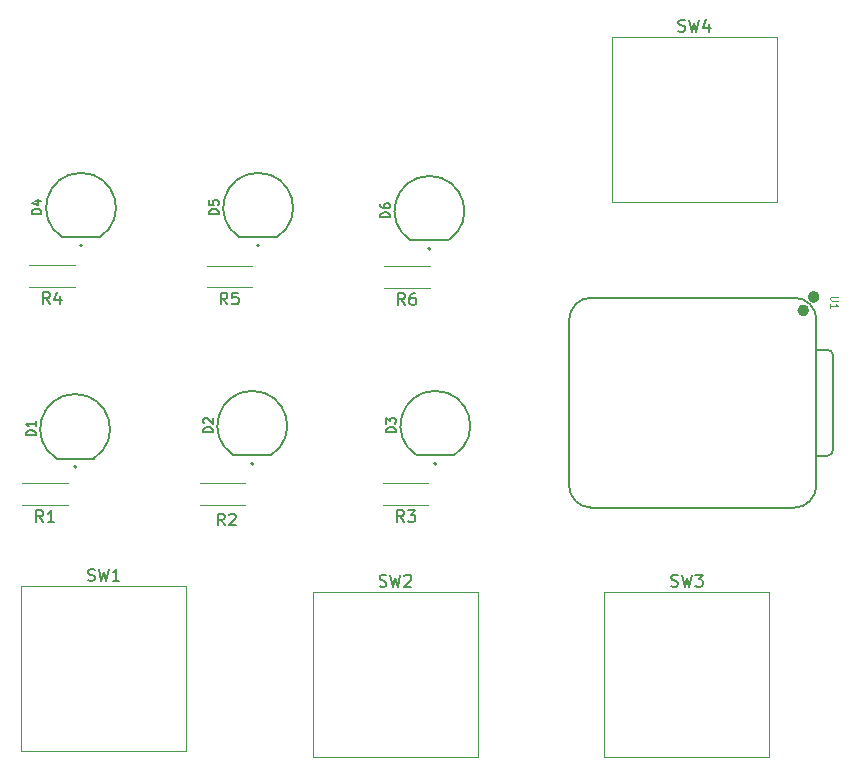
<source format=gbr>
%TF.GenerationSoftware,KiCad,Pcbnew,9.0.2*%
%TF.CreationDate,2025-07-04T23:43:28-04:00*%
%TF.ProjectId,pathfinder,70617468-6669-46e6-9465-722e6b696361,rev?*%
%TF.SameCoordinates,Original*%
%TF.FileFunction,Legend,Top*%
%TF.FilePolarity,Positive*%
%FSLAX46Y46*%
G04 Gerber Fmt 4.6, Leading zero omitted, Abs format (unit mm)*
G04 Created by KiCad (PCBNEW 9.0.2) date 2025-07-04 23:43:28*
%MOMM*%
%LPD*%
G01*
G04 APERTURE LIST*
%ADD10C,0.101600*%
%ADD11C,0.150000*%
%ADD12C,0.504000*%
%ADD13C,0.127000*%
%ADD14C,0.100000*%
%ADD15C,0.120000*%
%ADD16C,0.200000*%
G04 APERTURE END LIST*
D10*
X132578020Y-67516190D02*
X132063973Y-67516190D01*
X132063973Y-67516190D02*
X132003497Y-67546428D01*
X132003497Y-67546428D02*
X131973259Y-67576666D01*
X131973259Y-67576666D02*
X131943020Y-67637142D01*
X131943020Y-67637142D02*
X131943020Y-67758095D01*
X131943020Y-67758095D02*
X131973259Y-67818571D01*
X131973259Y-67818571D02*
X132003497Y-67848809D01*
X132003497Y-67848809D02*
X132063973Y-67879047D01*
X132063973Y-67879047D02*
X132578020Y-67879047D01*
X131943020Y-68514047D02*
X131943020Y-68151190D01*
X131943020Y-68332618D02*
X132578020Y-68332618D01*
X132578020Y-68332618D02*
X132487306Y-68272142D01*
X132487306Y-68272142D02*
X132426830Y-68211666D01*
X132426830Y-68211666D02*
X132396592Y-68151190D01*
D11*
X119086667Y-45033200D02*
X119229524Y-45080819D01*
X119229524Y-45080819D02*
X119467619Y-45080819D01*
X119467619Y-45080819D02*
X119562857Y-45033200D01*
X119562857Y-45033200D02*
X119610476Y-44985580D01*
X119610476Y-44985580D02*
X119658095Y-44890342D01*
X119658095Y-44890342D02*
X119658095Y-44795104D01*
X119658095Y-44795104D02*
X119610476Y-44699866D01*
X119610476Y-44699866D02*
X119562857Y-44652247D01*
X119562857Y-44652247D02*
X119467619Y-44604628D01*
X119467619Y-44604628D02*
X119277143Y-44557009D01*
X119277143Y-44557009D02*
X119181905Y-44509390D01*
X119181905Y-44509390D02*
X119134286Y-44461771D01*
X119134286Y-44461771D02*
X119086667Y-44366533D01*
X119086667Y-44366533D02*
X119086667Y-44271295D01*
X119086667Y-44271295D02*
X119134286Y-44176057D01*
X119134286Y-44176057D02*
X119181905Y-44128438D01*
X119181905Y-44128438D02*
X119277143Y-44080819D01*
X119277143Y-44080819D02*
X119515238Y-44080819D01*
X119515238Y-44080819D02*
X119658095Y-44128438D01*
X119991429Y-44080819D02*
X120229524Y-45080819D01*
X120229524Y-45080819D02*
X120420000Y-44366533D01*
X120420000Y-44366533D02*
X120610476Y-45080819D01*
X120610476Y-45080819D02*
X120848572Y-44080819D01*
X121658095Y-44414152D02*
X121658095Y-45080819D01*
X121420000Y-44033200D02*
X121181905Y-44747485D01*
X121181905Y-44747485D02*
X121800952Y-44747485D01*
X65870312Y-68144819D02*
X65536979Y-67668628D01*
X65298884Y-68144819D02*
X65298884Y-67144819D01*
X65298884Y-67144819D02*
X65679836Y-67144819D01*
X65679836Y-67144819D02*
X65775074Y-67192438D01*
X65775074Y-67192438D02*
X65822693Y-67240057D01*
X65822693Y-67240057D02*
X65870312Y-67335295D01*
X65870312Y-67335295D02*
X65870312Y-67478152D01*
X65870312Y-67478152D02*
X65822693Y-67573390D01*
X65822693Y-67573390D02*
X65775074Y-67621009D01*
X65775074Y-67621009D02*
X65679836Y-67668628D01*
X65679836Y-67668628D02*
X65298884Y-67668628D01*
X66727455Y-67478152D02*
X66727455Y-68144819D01*
X66489360Y-67097200D02*
X66251265Y-67811485D01*
X66251265Y-67811485D02*
X66870312Y-67811485D01*
X79654295Y-79010475D02*
X78854295Y-79010475D01*
X78854295Y-79010475D02*
X78854295Y-78819999D01*
X78854295Y-78819999D02*
X78892390Y-78705713D01*
X78892390Y-78705713D02*
X78968580Y-78629523D01*
X78968580Y-78629523D02*
X79044771Y-78591428D01*
X79044771Y-78591428D02*
X79197152Y-78553332D01*
X79197152Y-78553332D02*
X79311438Y-78553332D01*
X79311438Y-78553332D02*
X79463819Y-78591428D01*
X79463819Y-78591428D02*
X79540009Y-78629523D01*
X79540009Y-78629523D02*
X79616200Y-78705713D01*
X79616200Y-78705713D02*
X79654295Y-78819999D01*
X79654295Y-78819999D02*
X79654295Y-79010475D01*
X78930485Y-78248571D02*
X78892390Y-78210475D01*
X78892390Y-78210475D02*
X78854295Y-78134285D01*
X78854295Y-78134285D02*
X78854295Y-77943809D01*
X78854295Y-77943809D02*
X78892390Y-77867618D01*
X78892390Y-77867618D02*
X78930485Y-77829523D01*
X78930485Y-77829523D02*
X79006676Y-77791428D01*
X79006676Y-77791428D02*
X79082866Y-77791428D01*
X79082866Y-77791428D02*
X79197152Y-77829523D01*
X79197152Y-77829523D02*
X79654295Y-78286666D01*
X79654295Y-78286666D02*
X79654295Y-77791428D01*
X80895971Y-68184819D02*
X80562638Y-67708628D01*
X80324543Y-68184819D02*
X80324543Y-67184819D01*
X80324543Y-67184819D02*
X80705495Y-67184819D01*
X80705495Y-67184819D02*
X80800733Y-67232438D01*
X80800733Y-67232438D02*
X80848352Y-67280057D01*
X80848352Y-67280057D02*
X80895971Y-67375295D01*
X80895971Y-67375295D02*
X80895971Y-67518152D01*
X80895971Y-67518152D02*
X80848352Y-67613390D01*
X80848352Y-67613390D02*
X80800733Y-67661009D01*
X80800733Y-67661009D02*
X80705495Y-67708628D01*
X80705495Y-67708628D02*
X80324543Y-67708628D01*
X81800733Y-67184819D02*
X81324543Y-67184819D01*
X81324543Y-67184819D02*
X81276924Y-67661009D01*
X81276924Y-67661009D02*
X81324543Y-67613390D01*
X81324543Y-67613390D02*
X81419781Y-67565771D01*
X81419781Y-67565771D02*
X81657876Y-67565771D01*
X81657876Y-67565771D02*
X81753114Y-67613390D01*
X81753114Y-67613390D02*
X81800733Y-67661009D01*
X81800733Y-67661009D02*
X81848352Y-67756247D01*
X81848352Y-67756247D02*
X81848352Y-67994342D01*
X81848352Y-67994342D02*
X81800733Y-68089580D01*
X81800733Y-68089580D02*
X81753114Y-68137200D01*
X81753114Y-68137200D02*
X81657876Y-68184819D01*
X81657876Y-68184819D02*
X81419781Y-68184819D01*
X81419781Y-68184819D02*
X81324543Y-68137200D01*
X81324543Y-68137200D02*
X81276924Y-68089580D01*
X95154295Y-79010475D02*
X94354295Y-79010475D01*
X94354295Y-79010475D02*
X94354295Y-78819999D01*
X94354295Y-78819999D02*
X94392390Y-78705713D01*
X94392390Y-78705713D02*
X94468580Y-78629523D01*
X94468580Y-78629523D02*
X94544771Y-78591428D01*
X94544771Y-78591428D02*
X94697152Y-78553332D01*
X94697152Y-78553332D02*
X94811438Y-78553332D01*
X94811438Y-78553332D02*
X94963819Y-78591428D01*
X94963819Y-78591428D02*
X95040009Y-78629523D01*
X95040009Y-78629523D02*
X95116200Y-78705713D01*
X95116200Y-78705713D02*
X95154295Y-78819999D01*
X95154295Y-78819999D02*
X95154295Y-79010475D01*
X94354295Y-78286666D02*
X94354295Y-77791428D01*
X94354295Y-77791428D02*
X94659057Y-78058094D01*
X94659057Y-78058094D02*
X94659057Y-77943809D01*
X94659057Y-77943809D02*
X94697152Y-77867618D01*
X94697152Y-77867618D02*
X94735247Y-77829523D01*
X94735247Y-77829523D02*
X94811438Y-77791428D01*
X94811438Y-77791428D02*
X95001914Y-77791428D01*
X95001914Y-77791428D02*
X95078104Y-77829523D01*
X95078104Y-77829523D02*
X95116200Y-77867618D01*
X95116200Y-77867618D02*
X95154295Y-77943809D01*
X95154295Y-77943809D02*
X95154295Y-78172380D01*
X95154295Y-78172380D02*
X95116200Y-78248571D01*
X95116200Y-78248571D02*
X95078104Y-78286666D01*
X65154295Y-60550475D02*
X64354295Y-60550475D01*
X64354295Y-60550475D02*
X64354295Y-60359999D01*
X64354295Y-60359999D02*
X64392390Y-60245713D01*
X64392390Y-60245713D02*
X64468580Y-60169523D01*
X64468580Y-60169523D02*
X64544771Y-60131428D01*
X64544771Y-60131428D02*
X64697152Y-60093332D01*
X64697152Y-60093332D02*
X64811438Y-60093332D01*
X64811438Y-60093332D02*
X64963819Y-60131428D01*
X64963819Y-60131428D02*
X65040009Y-60169523D01*
X65040009Y-60169523D02*
X65116200Y-60245713D01*
X65116200Y-60245713D02*
X65154295Y-60359999D01*
X65154295Y-60359999D02*
X65154295Y-60550475D01*
X64620961Y-59407618D02*
X65154295Y-59407618D01*
X64316200Y-59598094D02*
X64887628Y-59788571D01*
X64887628Y-59788571D02*
X64887628Y-59293332D01*
X93780000Y-92033200D02*
X93922857Y-92080819D01*
X93922857Y-92080819D02*
X94160952Y-92080819D01*
X94160952Y-92080819D02*
X94256190Y-92033200D01*
X94256190Y-92033200D02*
X94303809Y-91985580D01*
X94303809Y-91985580D02*
X94351428Y-91890342D01*
X94351428Y-91890342D02*
X94351428Y-91795104D01*
X94351428Y-91795104D02*
X94303809Y-91699866D01*
X94303809Y-91699866D02*
X94256190Y-91652247D01*
X94256190Y-91652247D02*
X94160952Y-91604628D01*
X94160952Y-91604628D02*
X93970476Y-91557009D01*
X93970476Y-91557009D02*
X93875238Y-91509390D01*
X93875238Y-91509390D02*
X93827619Y-91461771D01*
X93827619Y-91461771D02*
X93780000Y-91366533D01*
X93780000Y-91366533D02*
X93780000Y-91271295D01*
X93780000Y-91271295D02*
X93827619Y-91176057D01*
X93827619Y-91176057D02*
X93875238Y-91128438D01*
X93875238Y-91128438D02*
X93970476Y-91080819D01*
X93970476Y-91080819D02*
X94208571Y-91080819D01*
X94208571Y-91080819D02*
X94351428Y-91128438D01*
X94684762Y-91080819D02*
X94922857Y-92080819D01*
X94922857Y-92080819D02*
X95113333Y-91366533D01*
X95113333Y-91366533D02*
X95303809Y-92080819D01*
X95303809Y-92080819D02*
X95541905Y-91080819D01*
X95875238Y-91176057D02*
X95922857Y-91128438D01*
X95922857Y-91128438D02*
X96018095Y-91080819D01*
X96018095Y-91080819D02*
X96256190Y-91080819D01*
X96256190Y-91080819D02*
X96351428Y-91128438D01*
X96351428Y-91128438D02*
X96399047Y-91176057D01*
X96399047Y-91176057D02*
X96446666Y-91271295D01*
X96446666Y-91271295D02*
X96446666Y-91366533D01*
X96446666Y-91366533D02*
X96399047Y-91509390D01*
X96399047Y-91509390D02*
X95827619Y-92080819D01*
X95827619Y-92080819D02*
X96446666Y-92080819D01*
X65293333Y-86604819D02*
X64960000Y-86128628D01*
X64721905Y-86604819D02*
X64721905Y-85604819D01*
X64721905Y-85604819D02*
X65102857Y-85604819D01*
X65102857Y-85604819D02*
X65198095Y-85652438D01*
X65198095Y-85652438D02*
X65245714Y-85700057D01*
X65245714Y-85700057D02*
X65293333Y-85795295D01*
X65293333Y-85795295D02*
X65293333Y-85938152D01*
X65293333Y-85938152D02*
X65245714Y-86033390D01*
X65245714Y-86033390D02*
X65198095Y-86081009D01*
X65198095Y-86081009D02*
X65102857Y-86128628D01*
X65102857Y-86128628D02*
X64721905Y-86128628D01*
X66245714Y-86604819D02*
X65674286Y-86604819D01*
X65960000Y-86604819D02*
X65960000Y-85604819D01*
X65960000Y-85604819D02*
X65864762Y-85747676D01*
X65864762Y-85747676D02*
X65769524Y-85842914D01*
X65769524Y-85842914D02*
X65674286Y-85890533D01*
X80662993Y-86885319D02*
X80329660Y-86409128D01*
X80091565Y-86885319D02*
X80091565Y-85885319D01*
X80091565Y-85885319D02*
X80472517Y-85885319D01*
X80472517Y-85885319D02*
X80567755Y-85932938D01*
X80567755Y-85932938D02*
X80615374Y-85980557D01*
X80615374Y-85980557D02*
X80662993Y-86075795D01*
X80662993Y-86075795D02*
X80662993Y-86218652D01*
X80662993Y-86218652D02*
X80615374Y-86313890D01*
X80615374Y-86313890D02*
X80567755Y-86361509D01*
X80567755Y-86361509D02*
X80472517Y-86409128D01*
X80472517Y-86409128D02*
X80091565Y-86409128D01*
X81043946Y-85980557D02*
X81091565Y-85932938D01*
X81091565Y-85932938D02*
X81186803Y-85885319D01*
X81186803Y-85885319D02*
X81424898Y-85885319D01*
X81424898Y-85885319D02*
X81520136Y-85932938D01*
X81520136Y-85932938D02*
X81567755Y-85980557D01*
X81567755Y-85980557D02*
X81615374Y-86075795D01*
X81615374Y-86075795D02*
X81615374Y-86171033D01*
X81615374Y-86171033D02*
X81567755Y-86313890D01*
X81567755Y-86313890D02*
X80996327Y-86885319D01*
X80996327Y-86885319D02*
X81615374Y-86885319D01*
X64654295Y-79280475D02*
X63854295Y-79280475D01*
X63854295Y-79280475D02*
X63854295Y-79089999D01*
X63854295Y-79089999D02*
X63892390Y-78975713D01*
X63892390Y-78975713D02*
X63968580Y-78899523D01*
X63968580Y-78899523D02*
X64044771Y-78861428D01*
X64044771Y-78861428D02*
X64197152Y-78823332D01*
X64197152Y-78823332D02*
X64311438Y-78823332D01*
X64311438Y-78823332D02*
X64463819Y-78861428D01*
X64463819Y-78861428D02*
X64540009Y-78899523D01*
X64540009Y-78899523D02*
X64616200Y-78975713D01*
X64616200Y-78975713D02*
X64654295Y-79089999D01*
X64654295Y-79089999D02*
X64654295Y-79280475D01*
X64654295Y-78061428D02*
X64654295Y-78518571D01*
X64654295Y-78289999D02*
X63854295Y-78289999D01*
X63854295Y-78289999D02*
X63968580Y-78366190D01*
X63968580Y-78366190D02*
X64044771Y-78442380D01*
X64044771Y-78442380D02*
X64082866Y-78518571D01*
X69086667Y-91533200D02*
X69229524Y-91580819D01*
X69229524Y-91580819D02*
X69467619Y-91580819D01*
X69467619Y-91580819D02*
X69562857Y-91533200D01*
X69562857Y-91533200D02*
X69610476Y-91485580D01*
X69610476Y-91485580D02*
X69658095Y-91390342D01*
X69658095Y-91390342D02*
X69658095Y-91295104D01*
X69658095Y-91295104D02*
X69610476Y-91199866D01*
X69610476Y-91199866D02*
X69562857Y-91152247D01*
X69562857Y-91152247D02*
X69467619Y-91104628D01*
X69467619Y-91104628D02*
X69277143Y-91057009D01*
X69277143Y-91057009D02*
X69181905Y-91009390D01*
X69181905Y-91009390D02*
X69134286Y-90961771D01*
X69134286Y-90961771D02*
X69086667Y-90866533D01*
X69086667Y-90866533D02*
X69086667Y-90771295D01*
X69086667Y-90771295D02*
X69134286Y-90676057D01*
X69134286Y-90676057D02*
X69181905Y-90628438D01*
X69181905Y-90628438D02*
X69277143Y-90580819D01*
X69277143Y-90580819D02*
X69515238Y-90580819D01*
X69515238Y-90580819D02*
X69658095Y-90628438D01*
X69991429Y-90580819D02*
X70229524Y-91580819D01*
X70229524Y-91580819D02*
X70420000Y-90866533D01*
X70420000Y-90866533D02*
X70610476Y-91580819D01*
X70610476Y-91580819D02*
X70848572Y-90580819D01*
X71753333Y-91580819D02*
X71181905Y-91580819D01*
X71467619Y-91580819D02*
X71467619Y-90580819D01*
X71467619Y-90580819D02*
X71372381Y-90723676D01*
X71372381Y-90723676D02*
X71277143Y-90818914D01*
X71277143Y-90818914D02*
X71181905Y-90866533D01*
X80154295Y-60550475D02*
X79354295Y-60550475D01*
X79354295Y-60550475D02*
X79354295Y-60359999D01*
X79354295Y-60359999D02*
X79392390Y-60245713D01*
X79392390Y-60245713D02*
X79468580Y-60169523D01*
X79468580Y-60169523D02*
X79544771Y-60131428D01*
X79544771Y-60131428D02*
X79697152Y-60093332D01*
X79697152Y-60093332D02*
X79811438Y-60093332D01*
X79811438Y-60093332D02*
X79963819Y-60131428D01*
X79963819Y-60131428D02*
X80040009Y-60169523D01*
X80040009Y-60169523D02*
X80116200Y-60245713D01*
X80116200Y-60245713D02*
X80154295Y-60359999D01*
X80154295Y-60359999D02*
X80154295Y-60550475D01*
X79354295Y-59369523D02*
X79354295Y-59750475D01*
X79354295Y-59750475D02*
X79735247Y-59788571D01*
X79735247Y-59788571D02*
X79697152Y-59750475D01*
X79697152Y-59750475D02*
X79659057Y-59674285D01*
X79659057Y-59674285D02*
X79659057Y-59483809D01*
X79659057Y-59483809D02*
X79697152Y-59407618D01*
X79697152Y-59407618D02*
X79735247Y-59369523D01*
X79735247Y-59369523D02*
X79811438Y-59331428D01*
X79811438Y-59331428D02*
X80001914Y-59331428D01*
X80001914Y-59331428D02*
X80078104Y-59369523D01*
X80078104Y-59369523D02*
X80116200Y-59407618D01*
X80116200Y-59407618D02*
X80154295Y-59483809D01*
X80154295Y-59483809D02*
X80154295Y-59674285D01*
X80154295Y-59674285D02*
X80116200Y-59750475D01*
X80116200Y-59750475D02*
X80078104Y-59788571D01*
X95921631Y-68224819D02*
X95588298Y-67748628D01*
X95350203Y-68224819D02*
X95350203Y-67224819D01*
X95350203Y-67224819D02*
X95731155Y-67224819D01*
X95731155Y-67224819D02*
X95826393Y-67272438D01*
X95826393Y-67272438D02*
X95874012Y-67320057D01*
X95874012Y-67320057D02*
X95921631Y-67415295D01*
X95921631Y-67415295D02*
X95921631Y-67558152D01*
X95921631Y-67558152D02*
X95874012Y-67653390D01*
X95874012Y-67653390D02*
X95826393Y-67701009D01*
X95826393Y-67701009D02*
X95731155Y-67748628D01*
X95731155Y-67748628D02*
X95350203Y-67748628D01*
X96778774Y-67224819D02*
X96588298Y-67224819D01*
X96588298Y-67224819D02*
X96493060Y-67272438D01*
X96493060Y-67272438D02*
X96445441Y-67320057D01*
X96445441Y-67320057D02*
X96350203Y-67462914D01*
X96350203Y-67462914D02*
X96302584Y-67653390D01*
X96302584Y-67653390D02*
X96302584Y-68034342D01*
X96302584Y-68034342D02*
X96350203Y-68129580D01*
X96350203Y-68129580D02*
X96397822Y-68177200D01*
X96397822Y-68177200D02*
X96493060Y-68224819D01*
X96493060Y-68224819D02*
X96683536Y-68224819D01*
X96683536Y-68224819D02*
X96778774Y-68177200D01*
X96778774Y-68177200D02*
X96826393Y-68129580D01*
X96826393Y-68129580D02*
X96874012Y-68034342D01*
X96874012Y-68034342D02*
X96874012Y-67796247D01*
X96874012Y-67796247D02*
X96826393Y-67701009D01*
X96826393Y-67701009D02*
X96778774Y-67653390D01*
X96778774Y-67653390D02*
X96683536Y-67605771D01*
X96683536Y-67605771D02*
X96493060Y-67605771D01*
X96493060Y-67605771D02*
X96397822Y-67653390D01*
X96397822Y-67653390D02*
X96350203Y-67701009D01*
X96350203Y-67701009D02*
X96302584Y-67796247D01*
X95833333Y-86604819D02*
X95500000Y-86128628D01*
X95261905Y-86604819D02*
X95261905Y-85604819D01*
X95261905Y-85604819D02*
X95642857Y-85604819D01*
X95642857Y-85604819D02*
X95738095Y-85652438D01*
X95738095Y-85652438D02*
X95785714Y-85700057D01*
X95785714Y-85700057D02*
X95833333Y-85795295D01*
X95833333Y-85795295D02*
X95833333Y-85938152D01*
X95833333Y-85938152D02*
X95785714Y-86033390D01*
X95785714Y-86033390D02*
X95738095Y-86081009D01*
X95738095Y-86081009D02*
X95642857Y-86128628D01*
X95642857Y-86128628D02*
X95261905Y-86128628D01*
X96166667Y-85604819D02*
X96785714Y-85604819D01*
X96785714Y-85604819D02*
X96452381Y-85985771D01*
X96452381Y-85985771D02*
X96595238Y-85985771D01*
X96595238Y-85985771D02*
X96690476Y-86033390D01*
X96690476Y-86033390D02*
X96738095Y-86081009D01*
X96738095Y-86081009D02*
X96785714Y-86176247D01*
X96785714Y-86176247D02*
X96785714Y-86414342D01*
X96785714Y-86414342D02*
X96738095Y-86509580D01*
X96738095Y-86509580D02*
X96690476Y-86557200D01*
X96690476Y-86557200D02*
X96595238Y-86604819D01*
X96595238Y-86604819D02*
X96309524Y-86604819D01*
X96309524Y-86604819D02*
X96214286Y-86557200D01*
X96214286Y-86557200D02*
X96166667Y-86509580D01*
X94654295Y-60820475D02*
X93854295Y-60820475D01*
X93854295Y-60820475D02*
X93854295Y-60629999D01*
X93854295Y-60629999D02*
X93892390Y-60515713D01*
X93892390Y-60515713D02*
X93968580Y-60439523D01*
X93968580Y-60439523D02*
X94044771Y-60401428D01*
X94044771Y-60401428D02*
X94197152Y-60363332D01*
X94197152Y-60363332D02*
X94311438Y-60363332D01*
X94311438Y-60363332D02*
X94463819Y-60401428D01*
X94463819Y-60401428D02*
X94540009Y-60439523D01*
X94540009Y-60439523D02*
X94616200Y-60515713D01*
X94616200Y-60515713D02*
X94654295Y-60629999D01*
X94654295Y-60629999D02*
X94654295Y-60820475D01*
X93854295Y-59677618D02*
X93854295Y-59829999D01*
X93854295Y-59829999D02*
X93892390Y-59906190D01*
X93892390Y-59906190D02*
X93930485Y-59944285D01*
X93930485Y-59944285D02*
X94044771Y-60020475D01*
X94044771Y-60020475D02*
X94197152Y-60058571D01*
X94197152Y-60058571D02*
X94501914Y-60058571D01*
X94501914Y-60058571D02*
X94578104Y-60020475D01*
X94578104Y-60020475D02*
X94616200Y-59982380D01*
X94616200Y-59982380D02*
X94654295Y-59906190D01*
X94654295Y-59906190D02*
X94654295Y-59753809D01*
X94654295Y-59753809D02*
X94616200Y-59677618D01*
X94616200Y-59677618D02*
X94578104Y-59639523D01*
X94578104Y-59639523D02*
X94501914Y-59601428D01*
X94501914Y-59601428D02*
X94311438Y-59601428D01*
X94311438Y-59601428D02*
X94235247Y-59639523D01*
X94235247Y-59639523D02*
X94197152Y-59677618D01*
X94197152Y-59677618D02*
X94159057Y-59753809D01*
X94159057Y-59753809D02*
X94159057Y-59906190D01*
X94159057Y-59906190D02*
X94197152Y-59982380D01*
X94197152Y-59982380D02*
X94235247Y-60020475D01*
X94235247Y-60020475D02*
X94311438Y-60058571D01*
X118473334Y-92033200D02*
X118616191Y-92080819D01*
X118616191Y-92080819D02*
X118854286Y-92080819D01*
X118854286Y-92080819D02*
X118949524Y-92033200D01*
X118949524Y-92033200D02*
X118997143Y-91985580D01*
X118997143Y-91985580D02*
X119044762Y-91890342D01*
X119044762Y-91890342D02*
X119044762Y-91795104D01*
X119044762Y-91795104D02*
X118997143Y-91699866D01*
X118997143Y-91699866D02*
X118949524Y-91652247D01*
X118949524Y-91652247D02*
X118854286Y-91604628D01*
X118854286Y-91604628D02*
X118663810Y-91557009D01*
X118663810Y-91557009D02*
X118568572Y-91509390D01*
X118568572Y-91509390D02*
X118520953Y-91461771D01*
X118520953Y-91461771D02*
X118473334Y-91366533D01*
X118473334Y-91366533D02*
X118473334Y-91271295D01*
X118473334Y-91271295D02*
X118520953Y-91176057D01*
X118520953Y-91176057D02*
X118568572Y-91128438D01*
X118568572Y-91128438D02*
X118663810Y-91080819D01*
X118663810Y-91080819D02*
X118901905Y-91080819D01*
X118901905Y-91080819D02*
X119044762Y-91128438D01*
X119378096Y-91080819D02*
X119616191Y-92080819D01*
X119616191Y-92080819D02*
X119806667Y-91366533D01*
X119806667Y-91366533D02*
X119997143Y-92080819D01*
X119997143Y-92080819D02*
X120235239Y-91080819D01*
X120520953Y-91080819D02*
X121140000Y-91080819D01*
X121140000Y-91080819D02*
X120806667Y-91461771D01*
X120806667Y-91461771D02*
X120949524Y-91461771D01*
X120949524Y-91461771D02*
X121044762Y-91509390D01*
X121044762Y-91509390D02*
X121092381Y-91557009D01*
X121092381Y-91557009D02*
X121140000Y-91652247D01*
X121140000Y-91652247D02*
X121140000Y-91890342D01*
X121140000Y-91890342D02*
X121092381Y-91985580D01*
X121092381Y-91985580D02*
X121044762Y-92033200D01*
X121044762Y-92033200D02*
X120949524Y-92080819D01*
X120949524Y-92080819D02*
X120663810Y-92080819D01*
X120663810Y-92080819D02*
X120568572Y-92033200D01*
X120568572Y-92033200D02*
X120520953Y-91985580D01*
%TO.C,U1*%
D12*
X130783500Y-67550000D02*
G75*
G02*
X130279500Y-67550000I-252000J0D01*
G01*
X130279500Y-67550000D02*
G75*
G02*
X130783500Y-67550000I252000J0D01*
G01*
X129903500Y-68693000D02*
G75*
G02*
X129399500Y-68693000I-252000J0D01*
G01*
X129399500Y-68693000D02*
G75*
G02*
X129903500Y-68693000I252000J0D01*
G01*
D13*
X132182500Y-80504000D02*
G75*
G02*
X131682500Y-81004000I-500000J0D01*
G01*
X131682772Y-72008728D02*
G75*
G02*
X132182499Y-72508728I-291J-500018D01*
G01*
X130772500Y-83485000D02*
G75*
G02*
X128867500Y-85390000I-1905000J0D01*
G01*
X128867500Y-67610000D02*
G75*
G02*
X130772500Y-69515000I-1J-1905001D01*
G01*
X111722500Y-85390000D02*
G75*
G02*
X109817500Y-83485000I0J1905000D01*
G01*
X109817500Y-69515000D02*
G75*
G02*
X111722500Y-67610000I1905001J-1D01*
G01*
X132182500Y-72508728D02*
X132182500Y-80504000D01*
X131682500Y-81004000D02*
X130772500Y-81004000D01*
X130772500Y-83485000D02*
X130772500Y-69515000D01*
D14*
X130772500Y-83485000D02*
X130772500Y-69515000D01*
D13*
X130772500Y-72005000D02*
X131682772Y-72008728D01*
X111722500Y-85390000D02*
X128867500Y-85390000D01*
X111722500Y-67610000D02*
X128867500Y-67610000D01*
X109817500Y-69515000D02*
X109817500Y-83485000D01*
D15*
%TO.C,SW4*%
X127405000Y-59485000D02*
X113435000Y-59485000D01*
X127405000Y-45515000D02*
X127405000Y-59485000D01*
X113435000Y-59485000D02*
X113435000Y-45515000D01*
X113435000Y-45515000D02*
X127405000Y-45515000D01*
%TO.C,R4*%
X67956979Y-64850000D02*
X64116979Y-64850000D01*
X67956979Y-66690000D02*
X64116979Y-66690000D01*
D13*
%TO.C,D2*%
X81434000Y-80960000D02*
X84566000Y-80960000D01*
X81434000Y-80960000D02*
G75*
G02*
X84566000Y-80960000I1566000J2506124D01*
G01*
D16*
X83100000Y-81660000D02*
G75*
G02*
X82900000Y-81660000I-100000J0D01*
G01*
X82900000Y-81660000D02*
G75*
G02*
X83100000Y-81660000I100000J0D01*
G01*
D15*
%TO.C,R5*%
X82982638Y-64890000D02*
X79142638Y-64890000D01*
X82982638Y-66730000D02*
X79142638Y-66730000D01*
D13*
%TO.C,D3*%
X96934000Y-80960000D02*
X100066000Y-80960000D01*
X96934000Y-80960000D02*
G75*
G02*
X100066000Y-80960000I1566000J2506124D01*
G01*
D16*
X98600000Y-81660000D02*
G75*
G02*
X98400000Y-81660000I-100000J0D01*
G01*
X98400000Y-81660000D02*
G75*
G02*
X98600000Y-81660000I100000J0D01*
G01*
D13*
%TO.C,D4*%
X66934000Y-62500000D02*
X70066000Y-62500000D01*
X66934000Y-62500000D02*
G75*
G02*
X70066000Y-62500000I1566000J2506124D01*
G01*
D16*
X68600000Y-63200000D02*
G75*
G02*
X68400000Y-63200000I-100000J0D01*
G01*
X68400000Y-63200000D02*
G75*
G02*
X68600000Y-63200000I100000J0D01*
G01*
D15*
%TO.C,SW2*%
X88128333Y-92515000D02*
X102098333Y-92515000D01*
X88128333Y-106485000D02*
X88128333Y-92515000D01*
X102098333Y-92515000D02*
X102098333Y-106485000D01*
X102098333Y-106485000D02*
X88128333Y-106485000D01*
%TO.C,R1*%
X67380000Y-83310000D02*
X63540000Y-83310000D01*
X67380000Y-85150000D02*
X63540000Y-85150000D01*
%TO.C,R2*%
X82405660Y-83310000D02*
X78565660Y-83310000D01*
X82405660Y-85150000D02*
X78565660Y-85150000D01*
D13*
%TO.C,D1*%
X66434000Y-81230000D02*
X69566000Y-81230000D01*
X66434000Y-81230000D02*
G75*
G02*
X69566000Y-81230000I1566000J2506124D01*
G01*
D16*
X68100000Y-81930000D02*
G75*
G02*
X67900000Y-81930000I-100000J0D01*
G01*
X67900000Y-81930000D02*
G75*
G02*
X68100000Y-81930000I100000J0D01*
G01*
D15*
%TO.C,SW1*%
X63435000Y-92015000D02*
X77405000Y-92015000D01*
X63435000Y-105985000D02*
X63435000Y-92015000D01*
X77405000Y-92015000D02*
X77405000Y-105985000D01*
X77405000Y-105985000D02*
X63435000Y-105985000D01*
D13*
%TO.C,D5*%
X81934000Y-62500000D02*
X85066000Y-62500000D01*
X81934000Y-62500000D02*
G75*
G02*
X85066000Y-62500000I1566000J2506124D01*
G01*
D16*
X83600000Y-63200000D02*
G75*
G02*
X83400000Y-63200000I-100000J0D01*
G01*
X83400000Y-63200000D02*
G75*
G02*
X83600000Y-63200000I100000J0D01*
G01*
D15*
%TO.C,R6*%
X98008298Y-64930000D02*
X94168298Y-64930000D01*
X98008298Y-66770000D02*
X94168298Y-66770000D01*
%TO.C,R3*%
X97920000Y-83310000D02*
X94080000Y-83310000D01*
X97920000Y-85150000D02*
X94080000Y-85150000D01*
D13*
%TO.C,D6*%
X96434000Y-62770000D02*
X99566000Y-62770000D01*
X96434000Y-62770000D02*
G75*
G02*
X99566000Y-62770000I1566000J2506124D01*
G01*
D16*
X98100000Y-63470000D02*
G75*
G02*
X97900000Y-63470000I-100000J0D01*
G01*
X97900000Y-63470000D02*
G75*
G02*
X98100000Y-63470000I100000J0D01*
G01*
D15*
%TO.C,SW3*%
X112821667Y-92515000D02*
X126791667Y-92515000D01*
X112821667Y-106485000D02*
X112821667Y-92515000D01*
X126791667Y-92515000D02*
X126791667Y-106485000D01*
X126791667Y-106485000D02*
X112821667Y-106485000D01*
%TD*%
M02*

</source>
